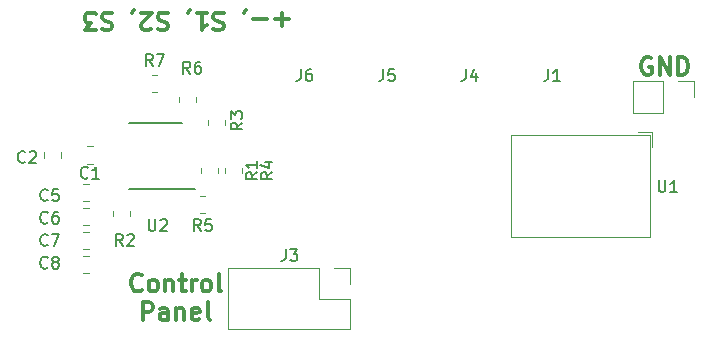
<source format=gbr>
%TF.GenerationSoftware,KiCad,Pcbnew,6.0.10-86aedd382b~118~ubuntu20.04.1*%
%TF.CreationDate,2023-08-02T00:09:12+02:00*%
%TF.ProjectId,power_board,706f7765-725f-4626-9f61-72642e6b6963,rev?*%
%TF.SameCoordinates,Original*%
%TF.FileFunction,Legend,Top*%
%TF.FilePolarity,Positive*%
%FSLAX46Y46*%
G04 Gerber Fmt 4.6, Leading zero omitted, Abs format (unit mm)*
G04 Created by KiCad (PCBNEW 6.0.10-86aedd382b~118~ubuntu20.04.1) date 2023-08-02 00:09:12*
%MOMM*%
%LPD*%
G01*
G04 APERTURE LIST*
%ADD10C,0.300000*%
%ADD11C,0.150000*%
%ADD12C,0.120000*%
G04 APERTURE END LIST*
D10*
X176657142Y-86118000D02*
X176514285Y-86046571D01*
X176300000Y-86046571D01*
X176085714Y-86118000D01*
X175942857Y-86260857D01*
X175871428Y-86403714D01*
X175800000Y-86689428D01*
X175800000Y-86903714D01*
X175871428Y-87189428D01*
X175942857Y-87332285D01*
X176085714Y-87475142D01*
X176300000Y-87546571D01*
X176442857Y-87546571D01*
X176657142Y-87475142D01*
X176728571Y-87403714D01*
X176728571Y-86903714D01*
X176442857Y-86903714D01*
X177371428Y-87546571D02*
X177371428Y-86046571D01*
X178228571Y-87546571D01*
X178228571Y-86046571D01*
X178942857Y-87546571D02*
X178942857Y-86046571D01*
X179300000Y-86046571D01*
X179514285Y-86118000D01*
X179657142Y-86260857D01*
X179728571Y-86403714D01*
X179800000Y-86689428D01*
X179800000Y-86903714D01*
X179728571Y-87189428D01*
X179657142Y-87332285D01*
X179514285Y-87475142D01*
X179300000Y-87546571D01*
X178942857Y-87546571D01*
X133540857Y-105754214D02*
X133469428Y-105825642D01*
X133255142Y-105897071D01*
X133112285Y-105897071D01*
X132898000Y-105825642D01*
X132755142Y-105682785D01*
X132683714Y-105539928D01*
X132612285Y-105254214D01*
X132612285Y-105039928D01*
X132683714Y-104754214D01*
X132755142Y-104611357D01*
X132898000Y-104468500D01*
X133112285Y-104397071D01*
X133255142Y-104397071D01*
X133469428Y-104468500D01*
X133540857Y-104539928D01*
X134398000Y-105897071D02*
X134255142Y-105825642D01*
X134183714Y-105754214D01*
X134112285Y-105611357D01*
X134112285Y-105182785D01*
X134183714Y-105039928D01*
X134255142Y-104968500D01*
X134398000Y-104897071D01*
X134612285Y-104897071D01*
X134755142Y-104968500D01*
X134826571Y-105039928D01*
X134898000Y-105182785D01*
X134898000Y-105611357D01*
X134826571Y-105754214D01*
X134755142Y-105825642D01*
X134612285Y-105897071D01*
X134398000Y-105897071D01*
X135540857Y-104897071D02*
X135540857Y-105897071D01*
X135540857Y-105039928D02*
X135612285Y-104968500D01*
X135755142Y-104897071D01*
X135969428Y-104897071D01*
X136112285Y-104968500D01*
X136183714Y-105111357D01*
X136183714Y-105897071D01*
X136683714Y-104897071D02*
X137255142Y-104897071D01*
X136898000Y-104397071D02*
X136898000Y-105682785D01*
X136969428Y-105825642D01*
X137112285Y-105897071D01*
X137255142Y-105897071D01*
X137755142Y-105897071D02*
X137755142Y-104897071D01*
X137755142Y-105182785D02*
X137826571Y-105039928D01*
X137898000Y-104968500D01*
X138040857Y-104897071D01*
X138183714Y-104897071D01*
X138898000Y-105897071D02*
X138755142Y-105825642D01*
X138683714Y-105754214D01*
X138612285Y-105611357D01*
X138612285Y-105182785D01*
X138683714Y-105039928D01*
X138755142Y-104968500D01*
X138898000Y-104897071D01*
X139112285Y-104897071D01*
X139255142Y-104968500D01*
X139326571Y-105039928D01*
X139398000Y-105182785D01*
X139398000Y-105611357D01*
X139326571Y-105754214D01*
X139255142Y-105825642D01*
X139112285Y-105897071D01*
X138898000Y-105897071D01*
X140255142Y-105897071D02*
X140112285Y-105825642D01*
X140040857Y-105682785D01*
X140040857Y-104397071D01*
X133612285Y-108312071D02*
X133612285Y-106812071D01*
X134183714Y-106812071D01*
X134326571Y-106883500D01*
X134398000Y-106954928D01*
X134469428Y-107097785D01*
X134469428Y-107312071D01*
X134398000Y-107454928D01*
X134326571Y-107526357D01*
X134183714Y-107597785D01*
X133612285Y-107597785D01*
X135755142Y-108312071D02*
X135755142Y-107526357D01*
X135683714Y-107383500D01*
X135540857Y-107312071D01*
X135255142Y-107312071D01*
X135112285Y-107383500D01*
X135755142Y-108240642D02*
X135612285Y-108312071D01*
X135255142Y-108312071D01*
X135112285Y-108240642D01*
X135040857Y-108097785D01*
X135040857Y-107954928D01*
X135112285Y-107812071D01*
X135255142Y-107740642D01*
X135612285Y-107740642D01*
X135755142Y-107669214D01*
X136469428Y-107312071D02*
X136469428Y-108312071D01*
X136469428Y-107454928D02*
X136540857Y-107383500D01*
X136683714Y-107312071D01*
X136898000Y-107312071D01*
X137040857Y-107383500D01*
X137112285Y-107526357D01*
X137112285Y-108312071D01*
X138398000Y-108240642D02*
X138255142Y-108312071D01*
X137969428Y-108312071D01*
X137826571Y-108240642D01*
X137755142Y-108097785D01*
X137755142Y-107526357D01*
X137826571Y-107383500D01*
X137969428Y-107312071D01*
X138255142Y-107312071D01*
X138398000Y-107383500D01*
X138469428Y-107526357D01*
X138469428Y-107669214D01*
X137755142Y-107812071D01*
X139326571Y-108312071D02*
X139183714Y-108240642D01*
X139112285Y-108097785D01*
X139112285Y-106812071D01*
X145960028Y-82849257D02*
X144817171Y-82849257D01*
X145388600Y-82277828D02*
X145388600Y-83420685D01*
X144102885Y-82849257D02*
X142960028Y-82849257D01*
X142174314Y-82349257D02*
X142174314Y-82277828D01*
X142245742Y-82134971D01*
X142317171Y-82063542D01*
X140460028Y-82349257D02*
X140245742Y-82277828D01*
X139888600Y-82277828D01*
X139745742Y-82349257D01*
X139674314Y-82420685D01*
X139602885Y-82563542D01*
X139602885Y-82706400D01*
X139674314Y-82849257D01*
X139745742Y-82920685D01*
X139888600Y-82992114D01*
X140174314Y-83063542D01*
X140317171Y-83134971D01*
X140388600Y-83206400D01*
X140460028Y-83349257D01*
X140460028Y-83492114D01*
X140388600Y-83634971D01*
X140317171Y-83706400D01*
X140174314Y-83777828D01*
X139817171Y-83777828D01*
X139602885Y-83706400D01*
X138174314Y-82277828D02*
X139031457Y-82277828D01*
X138602885Y-82277828D02*
X138602885Y-83777828D01*
X138745742Y-83563542D01*
X138888600Y-83420685D01*
X139031457Y-83349257D01*
X137460028Y-82349257D02*
X137460028Y-82277828D01*
X137531457Y-82134971D01*
X137602885Y-82063542D01*
X135745742Y-82349257D02*
X135531457Y-82277828D01*
X135174314Y-82277828D01*
X135031457Y-82349257D01*
X134960028Y-82420685D01*
X134888600Y-82563542D01*
X134888600Y-82706400D01*
X134960028Y-82849257D01*
X135031457Y-82920685D01*
X135174314Y-82992114D01*
X135460028Y-83063542D01*
X135602885Y-83134971D01*
X135674314Y-83206400D01*
X135745742Y-83349257D01*
X135745742Y-83492114D01*
X135674314Y-83634971D01*
X135602885Y-83706400D01*
X135460028Y-83777828D01*
X135102885Y-83777828D01*
X134888600Y-83706400D01*
X134317171Y-83634971D02*
X134245742Y-83706400D01*
X134102885Y-83777828D01*
X133745742Y-83777828D01*
X133602885Y-83706400D01*
X133531457Y-83634971D01*
X133460028Y-83492114D01*
X133460028Y-83349257D01*
X133531457Y-83134971D01*
X134388600Y-82277828D01*
X133460028Y-82277828D01*
X132745742Y-82349257D02*
X132745742Y-82277828D01*
X132817171Y-82134971D01*
X132888600Y-82063542D01*
X131031457Y-82349257D02*
X130817171Y-82277828D01*
X130460028Y-82277828D01*
X130317171Y-82349257D01*
X130245742Y-82420685D01*
X130174314Y-82563542D01*
X130174314Y-82706400D01*
X130245742Y-82849257D01*
X130317171Y-82920685D01*
X130460028Y-82992114D01*
X130745742Y-83063542D01*
X130888600Y-83134971D01*
X130960028Y-83206400D01*
X131031457Y-83349257D01*
X131031457Y-83492114D01*
X130960028Y-83634971D01*
X130888600Y-83706400D01*
X130745742Y-83777828D01*
X130388600Y-83777828D01*
X130174314Y-83706400D01*
X129674314Y-83777828D02*
X128745742Y-83777828D01*
X129245742Y-83206400D01*
X129031457Y-83206400D01*
X128888600Y-83134971D01*
X128817171Y-83063542D01*
X128745742Y-82920685D01*
X128745742Y-82563542D01*
X128817171Y-82420685D01*
X128888600Y-82349257D01*
X129031457Y-82277828D01*
X129460028Y-82277828D01*
X129602885Y-82349257D01*
X129674314Y-82420685D01*
D11*
%TO.C,C2*%
X123658333Y-94928594D02*
X123610714Y-94976213D01*
X123467857Y-95023832D01*
X123372619Y-95023832D01*
X123229761Y-94976213D01*
X123134523Y-94880975D01*
X123086904Y-94785737D01*
X123039285Y-94595261D01*
X123039285Y-94452404D01*
X123086904Y-94261928D01*
X123134523Y-94166690D01*
X123229761Y-94071452D01*
X123372619Y-94023832D01*
X123467857Y-94023832D01*
X123610714Y-94071452D01*
X123658333Y-94119071D01*
X124039285Y-94119071D02*
X124086904Y-94071452D01*
X124182142Y-94023832D01*
X124420238Y-94023832D01*
X124515476Y-94071452D01*
X124563095Y-94119071D01*
X124610714Y-94214309D01*
X124610714Y-94309547D01*
X124563095Y-94452404D01*
X123991666Y-95023832D01*
X124610714Y-95023832D01*
%TO.C,R5*%
X138517333Y-100782380D02*
X138184000Y-100306190D01*
X137945904Y-100782380D02*
X137945904Y-99782380D01*
X138326857Y-99782380D01*
X138422095Y-99830000D01*
X138469714Y-99877619D01*
X138517333Y-99972857D01*
X138517333Y-100115714D01*
X138469714Y-100210952D01*
X138422095Y-100258571D01*
X138326857Y-100306190D01*
X137945904Y-100306190D01*
X139422095Y-99782380D02*
X138945904Y-99782380D01*
X138898285Y-100258571D01*
X138945904Y-100210952D01*
X139041142Y-100163333D01*
X139279238Y-100163333D01*
X139374476Y-100210952D01*
X139422095Y-100258571D01*
X139469714Y-100353809D01*
X139469714Y-100591904D01*
X139422095Y-100687142D01*
X139374476Y-100734761D01*
X139279238Y-100782380D01*
X139041142Y-100782380D01*
X138945904Y-100734761D01*
X138898285Y-100687142D01*
%TO.C,J5*%
X153971666Y-87082380D02*
X153971666Y-87796666D01*
X153924047Y-87939523D01*
X153828809Y-88034761D01*
X153685952Y-88082380D01*
X153590714Y-88082380D01*
X154924047Y-87082380D02*
X154447857Y-87082380D01*
X154400238Y-87558571D01*
X154447857Y-87510952D01*
X154543095Y-87463333D01*
X154781190Y-87463333D01*
X154876428Y-87510952D01*
X154924047Y-87558571D01*
X154971666Y-87653809D01*
X154971666Y-87891904D01*
X154924047Y-87987142D01*
X154876428Y-88034761D01*
X154781190Y-88082380D01*
X154543095Y-88082380D01*
X154447857Y-88034761D01*
X154400238Y-87987142D01*
%TO.C,R1*%
X143327380Y-95814466D02*
X142851190Y-96147800D01*
X143327380Y-96385895D02*
X142327380Y-96385895D01*
X142327380Y-96004942D01*
X142375000Y-95909704D01*
X142422619Y-95862085D01*
X142517857Y-95814466D01*
X142660714Y-95814466D01*
X142755952Y-95862085D01*
X142803571Y-95909704D01*
X142851190Y-96004942D01*
X142851190Y-96385895D01*
X143327380Y-94862085D02*
X143327380Y-95433514D01*
X143327380Y-95147800D02*
X142327380Y-95147800D01*
X142470238Y-95243038D01*
X142565476Y-95338276D01*
X142613095Y-95433514D01*
%TO.C,C8*%
X125563333Y-103862142D02*
X125515714Y-103909761D01*
X125372857Y-103957380D01*
X125277619Y-103957380D01*
X125134761Y-103909761D01*
X125039523Y-103814523D01*
X124991904Y-103719285D01*
X124944285Y-103528809D01*
X124944285Y-103385952D01*
X124991904Y-103195476D01*
X125039523Y-103100238D01*
X125134761Y-103005000D01*
X125277619Y-102957380D01*
X125372857Y-102957380D01*
X125515714Y-103005000D01*
X125563333Y-103052619D01*
X126134761Y-103385952D02*
X126039523Y-103338333D01*
X125991904Y-103290714D01*
X125944285Y-103195476D01*
X125944285Y-103147857D01*
X125991904Y-103052619D01*
X126039523Y-103005000D01*
X126134761Y-102957380D01*
X126325238Y-102957380D01*
X126420476Y-103005000D01*
X126468095Y-103052619D01*
X126515714Y-103147857D01*
X126515714Y-103195476D01*
X126468095Y-103290714D01*
X126420476Y-103338333D01*
X126325238Y-103385952D01*
X126134761Y-103385952D01*
X126039523Y-103433571D01*
X125991904Y-103481190D01*
X125944285Y-103576428D01*
X125944285Y-103766904D01*
X125991904Y-103862142D01*
X126039523Y-103909761D01*
X126134761Y-103957380D01*
X126325238Y-103957380D01*
X126420476Y-103909761D01*
X126468095Y-103862142D01*
X126515714Y-103766904D01*
X126515714Y-103576428D01*
X126468095Y-103481190D01*
X126420476Y-103433571D01*
X126325238Y-103385952D01*
%TO.C,R4*%
X144597380Y-95814466D02*
X144121190Y-96147800D01*
X144597380Y-96385895D02*
X143597380Y-96385895D01*
X143597380Y-96004942D01*
X143645000Y-95909704D01*
X143692619Y-95862085D01*
X143787857Y-95814466D01*
X143930714Y-95814466D01*
X144025952Y-95862085D01*
X144073571Y-95909704D01*
X144121190Y-96004942D01*
X144121190Y-96385895D01*
X143930714Y-94957323D02*
X144597380Y-94957323D01*
X143549761Y-95195419D02*
X144264047Y-95433514D01*
X144264047Y-94814466D01*
%TO.C,J4*%
X160956666Y-87082380D02*
X160956666Y-87796666D01*
X160909047Y-87939523D01*
X160813809Y-88034761D01*
X160670952Y-88082380D01*
X160575714Y-88082380D01*
X161861428Y-87415714D02*
X161861428Y-88082380D01*
X161623333Y-87034761D02*
X161385238Y-87749047D01*
X162004285Y-87749047D01*
%TO.C,J1*%
X167941666Y-87082380D02*
X167941666Y-87796666D01*
X167894047Y-87939523D01*
X167798809Y-88034761D01*
X167655952Y-88082380D01*
X167560714Y-88082380D01*
X168941666Y-88082380D02*
X168370238Y-88082380D01*
X168655952Y-88082380D02*
X168655952Y-87082380D01*
X168560714Y-87225238D01*
X168465476Y-87320476D01*
X168370238Y-87368095D01*
%TO.C,R2*%
X131913333Y-102052380D02*
X131580000Y-101576190D01*
X131341904Y-102052380D02*
X131341904Y-101052380D01*
X131722857Y-101052380D01*
X131818095Y-101100000D01*
X131865714Y-101147619D01*
X131913333Y-101242857D01*
X131913333Y-101385714D01*
X131865714Y-101480952D01*
X131818095Y-101528571D01*
X131722857Y-101576190D01*
X131341904Y-101576190D01*
X132294285Y-101147619D02*
X132341904Y-101100000D01*
X132437142Y-101052380D01*
X132675238Y-101052380D01*
X132770476Y-101100000D01*
X132818095Y-101147619D01*
X132865714Y-101242857D01*
X132865714Y-101338095D01*
X132818095Y-101480952D01*
X132246666Y-102052380D01*
X132865714Y-102052380D01*
%TO.C,C5*%
X125563333Y-98147142D02*
X125515714Y-98194761D01*
X125372857Y-98242380D01*
X125277619Y-98242380D01*
X125134761Y-98194761D01*
X125039523Y-98099523D01*
X124991904Y-98004285D01*
X124944285Y-97813809D01*
X124944285Y-97670952D01*
X124991904Y-97480476D01*
X125039523Y-97385238D01*
X125134761Y-97290000D01*
X125277619Y-97242380D01*
X125372857Y-97242380D01*
X125515714Y-97290000D01*
X125563333Y-97337619D01*
X126468095Y-97242380D02*
X125991904Y-97242380D01*
X125944285Y-97718571D01*
X125991904Y-97670952D01*
X126087142Y-97623333D01*
X126325238Y-97623333D01*
X126420476Y-97670952D01*
X126468095Y-97718571D01*
X126515714Y-97813809D01*
X126515714Y-98051904D01*
X126468095Y-98147142D01*
X126420476Y-98194761D01*
X126325238Y-98242380D01*
X126087142Y-98242380D01*
X125991904Y-98194761D01*
X125944285Y-98147142D01*
%TO.C,C7*%
X125563333Y-101957142D02*
X125515714Y-102004761D01*
X125372857Y-102052380D01*
X125277619Y-102052380D01*
X125134761Y-102004761D01*
X125039523Y-101909523D01*
X124991904Y-101814285D01*
X124944285Y-101623809D01*
X124944285Y-101480952D01*
X124991904Y-101290476D01*
X125039523Y-101195238D01*
X125134761Y-101100000D01*
X125277619Y-101052380D01*
X125372857Y-101052380D01*
X125515714Y-101100000D01*
X125563333Y-101147619D01*
X125896666Y-101052380D02*
X126563333Y-101052380D01*
X126134761Y-102052380D01*
%TO.C,U2*%
X134112095Y-99782380D02*
X134112095Y-100591904D01*
X134159714Y-100687142D01*
X134207333Y-100734761D01*
X134302571Y-100782380D01*
X134493047Y-100782380D01*
X134588285Y-100734761D01*
X134635904Y-100687142D01*
X134683523Y-100591904D01*
X134683523Y-99782380D01*
X135112095Y-99877619D02*
X135159714Y-99830000D01*
X135254952Y-99782380D01*
X135493047Y-99782380D01*
X135588285Y-99830000D01*
X135635904Y-99877619D01*
X135683523Y-99972857D01*
X135683523Y-100068095D01*
X135635904Y-100210952D01*
X135064476Y-100782380D01*
X135683523Y-100782380D01*
%TO.C,U1*%
X177292095Y-96480380D02*
X177292095Y-97289904D01*
X177339714Y-97385142D01*
X177387333Y-97432761D01*
X177482571Y-97480380D01*
X177673047Y-97480380D01*
X177768285Y-97432761D01*
X177815904Y-97385142D01*
X177863523Y-97289904D01*
X177863523Y-96480380D01*
X178863523Y-97480380D02*
X178292095Y-97480380D01*
X178577809Y-97480380D02*
X178577809Y-96480380D01*
X178482571Y-96623238D01*
X178387333Y-96718476D01*
X178292095Y-96766095D01*
%TO.C,R3*%
X142057380Y-91606666D02*
X141581190Y-91940000D01*
X142057380Y-92178095D02*
X141057380Y-92178095D01*
X141057380Y-91797142D01*
X141105000Y-91701904D01*
X141152619Y-91654285D01*
X141247857Y-91606666D01*
X141390714Y-91606666D01*
X141485952Y-91654285D01*
X141533571Y-91701904D01*
X141581190Y-91797142D01*
X141581190Y-92178095D01*
X141057380Y-91273333D02*
X141057380Y-90654285D01*
X141438333Y-90987619D01*
X141438333Y-90844761D01*
X141485952Y-90749523D01*
X141533571Y-90701904D01*
X141628809Y-90654285D01*
X141866904Y-90654285D01*
X141962142Y-90701904D01*
X142009761Y-90749523D01*
X142057380Y-90844761D01*
X142057380Y-91130476D01*
X142009761Y-91225714D01*
X141962142Y-91273333D01*
%TO.C,C1*%
X128970833Y-96242142D02*
X128923214Y-96289761D01*
X128780357Y-96337380D01*
X128685119Y-96337380D01*
X128542261Y-96289761D01*
X128447023Y-96194523D01*
X128399404Y-96099285D01*
X128351785Y-95908809D01*
X128351785Y-95765952D01*
X128399404Y-95575476D01*
X128447023Y-95480238D01*
X128542261Y-95385000D01*
X128685119Y-95337380D01*
X128780357Y-95337380D01*
X128923214Y-95385000D01*
X128970833Y-95432619D01*
X129923214Y-96337380D02*
X129351785Y-96337380D01*
X129637500Y-96337380D02*
X129637500Y-95337380D01*
X129542261Y-95480238D01*
X129447023Y-95575476D01*
X129351785Y-95623095D01*
%TO.C,J3*%
X145716666Y-102322380D02*
X145716666Y-103036666D01*
X145669047Y-103179523D01*
X145573809Y-103274761D01*
X145430952Y-103322380D01*
X145335714Y-103322380D01*
X146097619Y-102322380D02*
X146716666Y-102322380D01*
X146383333Y-102703333D01*
X146526190Y-102703333D01*
X146621428Y-102750952D01*
X146669047Y-102798571D01*
X146716666Y-102893809D01*
X146716666Y-103131904D01*
X146669047Y-103227142D01*
X146621428Y-103274761D01*
X146526190Y-103322380D01*
X146240476Y-103322380D01*
X146145238Y-103274761D01*
X146097619Y-103227142D01*
%TO.C,C6*%
X125563333Y-100052142D02*
X125515714Y-100099761D01*
X125372857Y-100147380D01*
X125277619Y-100147380D01*
X125134761Y-100099761D01*
X125039523Y-100004523D01*
X124991904Y-99909285D01*
X124944285Y-99718809D01*
X124944285Y-99575952D01*
X124991904Y-99385476D01*
X125039523Y-99290238D01*
X125134761Y-99195000D01*
X125277619Y-99147380D01*
X125372857Y-99147380D01*
X125515714Y-99195000D01*
X125563333Y-99242619D01*
X126420476Y-99147380D02*
X126230000Y-99147380D01*
X126134761Y-99195000D01*
X126087142Y-99242619D01*
X125991904Y-99385476D01*
X125944285Y-99575952D01*
X125944285Y-99956904D01*
X125991904Y-100052142D01*
X126039523Y-100099761D01*
X126134761Y-100147380D01*
X126325238Y-100147380D01*
X126420476Y-100099761D01*
X126468095Y-100052142D01*
X126515714Y-99956904D01*
X126515714Y-99718809D01*
X126468095Y-99623571D01*
X126420476Y-99575952D01*
X126325238Y-99528333D01*
X126134761Y-99528333D01*
X126039523Y-99575952D01*
X125991904Y-99623571D01*
X125944285Y-99718809D01*
%TO.C,R6*%
X137628333Y-87447380D02*
X137295000Y-86971190D01*
X137056904Y-87447380D02*
X137056904Y-86447380D01*
X137437857Y-86447380D01*
X137533095Y-86495000D01*
X137580714Y-86542619D01*
X137628333Y-86637857D01*
X137628333Y-86780714D01*
X137580714Y-86875952D01*
X137533095Y-86923571D01*
X137437857Y-86971190D01*
X137056904Y-86971190D01*
X138485476Y-86447380D02*
X138295000Y-86447380D01*
X138199761Y-86495000D01*
X138152142Y-86542619D01*
X138056904Y-86685476D01*
X138009285Y-86875952D01*
X138009285Y-87256904D01*
X138056904Y-87352142D01*
X138104523Y-87399761D01*
X138199761Y-87447380D01*
X138390238Y-87447380D01*
X138485476Y-87399761D01*
X138533095Y-87352142D01*
X138580714Y-87256904D01*
X138580714Y-87018809D01*
X138533095Y-86923571D01*
X138485476Y-86875952D01*
X138390238Y-86828333D01*
X138199761Y-86828333D01*
X138104523Y-86875952D01*
X138056904Y-86923571D01*
X138009285Y-87018809D01*
%TO.C,R7*%
X134453333Y-86812380D02*
X134120000Y-86336190D01*
X133881904Y-86812380D02*
X133881904Y-85812380D01*
X134262857Y-85812380D01*
X134358095Y-85860000D01*
X134405714Y-85907619D01*
X134453333Y-86002857D01*
X134453333Y-86145714D01*
X134405714Y-86240952D01*
X134358095Y-86288571D01*
X134262857Y-86336190D01*
X133881904Y-86336190D01*
X134786666Y-85812380D02*
X135453333Y-85812380D01*
X135024761Y-86812380D01*
%TO.C,J6*%
X146986666Y-87082380D02*
X146986666Y-87796666D01*
X146939047Y-87939523D01*
X146843809Y-88034761D01*
X146700952Y-88082380D01*
X146605714Y-88082380D01*
X147891428Y-87082380D02*
X147700952Y-87082380D01*
X147605714Y-87130000D01*
X147558095Y-87177619D01*
X147462857Y-87320476D01*
X147415238Y-87510952D01*
X147415238Y-87891904D01*
X147462857Y-87987142D01*
X147510476Y-88034761D01*
X147605714Y-88082380D01*
X147796190Y-88082380D01*
X147891428Y-88034761D01*
X147939047Y-87987142D01*
X147986666Y-87891904D01*
X147986666Y-87653809D01*
X147939047Y-87558571D01*
X147891428Y-87510952D01*
X147796190Y-87463333D01*
X147605714Y-87463333D01*
X147510476Y-87510952D01*
X147462857Y-87558571D01*
X147415238Y-87653809D01*
D12*
%TO.C,C2*%
X125249000Y-94048948D02*
X125249000Y-94571452D01*
X126719000Y-94048948D02*
X126719000Y-94571452D01*
%TO.C,R5*%
X138456936Y-99287000D02*
X138911064Y-99287000D01*
X138456936Y-97817000D02*
X138911064Y-97817000D01*
%TO.C,R1*%
X139977800Y-95874864D02*
X139977800Y-95420736D01*
X138507800Y-95874864D02*
X138507800Y-95420736D01*
%TO.C,C8*%
X128516748Y-104367000D02*
X129039252Y-104367000D01*
X128516748Y-102897000D02*
X129039252Y-102897000D01*
%TO.C,R4*%
X142009800Y-95420736D02*
X142009800Y-95874864D01*
X140539800Y-95420736D02*
X140539800Y-95874864D01*
%TO.C,R2*%
X132561000Y-99086936D02*
X132561000Y-99541064D01*
X131091000Y-99086936D02*
X131091000Y-99541064D01*
%TO.C,C5*%
X128538248Y-96801000D02*
X129060752Y-96801000D01*
X128538248Y-98271000D02*
X129060752Y-98271000D01*
%TO.C,C7*%
X128516748Y-100865000D02*
X129039252Y-100865000D01*
X128516748Y-102335000D02*
X129039252Y-102335000D01*
D11*
%TO.C,U2*%
X138045800Y-97186800D02*
X132420800Y-97186800D01*
X136920800Y-91636800D02*
X132420800Y-91636800D01*
D12*
%TO.C,U1*%
X176762800Y-92391200D02*
X175522800Y-92391200D01*
X176522800Y-92631200D02*
X164801800Y-92631200D01*
X176762800Y-93631200D02*
X176762800Y-92391200D01*
X176522800Y-101251200D02*
X176522800Y-92631200D01*
X164801800Y-101251200D02*
X164801800Y-92631200D01*
X176522800Y-101251200D02*
X164801800Y-101251200D01*
%TO.C,R3*%
X140587400Y-91794064D02*
X140587400Y-91339936D01*
X139117400Y-91794064D02*
X139117400Y-91339936D01*
%TO.C,C1*%
X128876248Y-93600600D02*
X129398752Y-93600600D01*
X128876248Y-95070600D02*
X129398752Y-95070600D01*
%TO.C,J3*%
X151130000Y-106495000D02*
X151130000Y-109095000D01*
X148530000Y-103895000D02*
X140850000Y-103895000D01*
X140850000Y-103895000D02*
X140850000Y-109095000D01*
X149800000Y-103895000D02*
X151130000Y-103895000D01*
X151130000Y-109095000D02*
X140850000Y-109095000D01*
X148530000Y-106495000D02*
X151130000Y-106495000D01*
X148530000Y-103895000D02*
X148530000Y-106495000D01*
X151130000Y-103895000D02*
X151130000Y-105225000D01*
%TO.C,C6*%
X128538248Y-98795000D02*
X129060752Y-98795000D01*
X128538248Y-100265000D02*
X129060752Y-100265000D01*
%TO.C,J8*%
X175098400Y-88103400D02*
X175098400Y-90763400D01*
X178968400Y-88103400D02*
X180298400Y-88103400D01*
X177698400Y-88103400D02*
X175098400Y-88103400D01*
X177698400Y-90763400D02*
X175098400Y-90763400D01*
X177698400Y-88103400D02*
X177698400Y-90763400D01*
X180298400Y-88103400D02*
X180298400Y-89433400D01*
%TO.C,R6*%
X138149000Y-89889064D02*
X138149000Y-89434936D01*
X136679000Y-89889064D02*
X136679000Y-89434936D01*
%TO.C,R7*%
X134847064Y-89000000D02*
X134392936Y-89000000D01*
X134847064Y-87530000D02*
X134392936Y-87530000D01*
%TD*%
M02*

</source>
